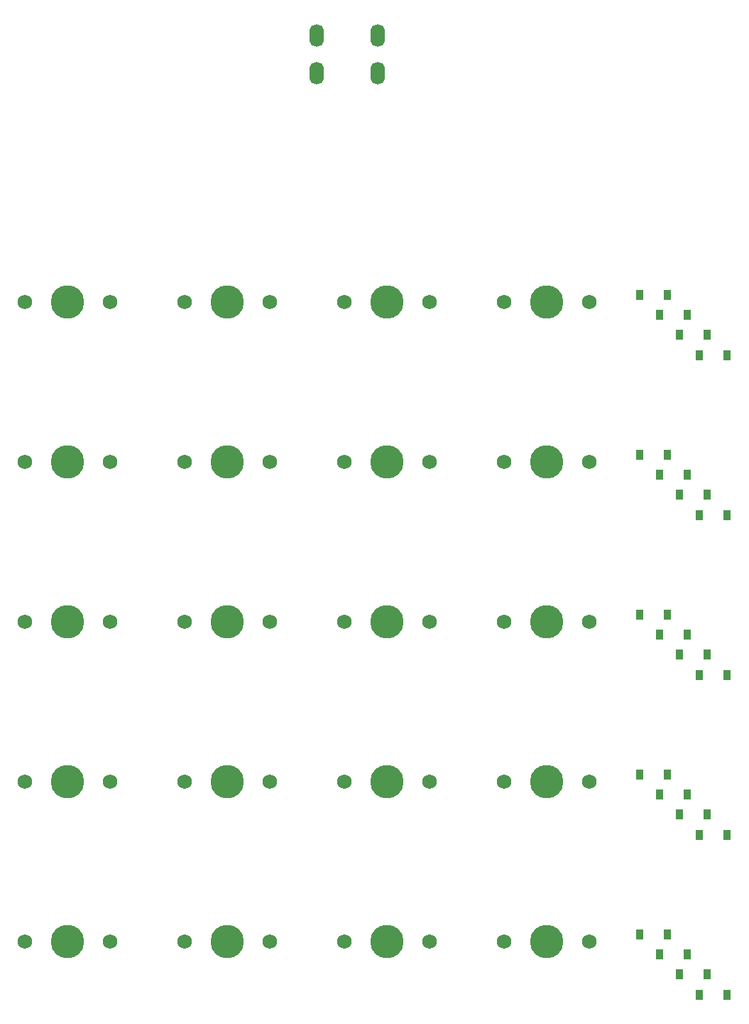
<source format=gbr>
%TF.GenerationSoftware,KiCad,Pcbnew,(5.1.9)-1*%
%TF.CreationDate,2021-04-12T01:02:27-04:00*%
%TF.ProjectId,Genesis Numpad,47656e65-7369-4732-904e-756d7061642e,rev?*%
%TF.SameCoordinates,Original*%
%TF.FileFunction,Soldermask,Top*%
%TF.FilePolarity,Negative*%
%FSLAX46Y46*%
G04 Gerber Fmt 4.6, Leading zero omitted, Abs format (unit mm)*
G04 Created by KiCad (PCBNEW (5.1.9)-1) date 2021-04-12 01:02:27*
%MOMM*%
%LPD*%
G01*
G04 APERTURE LIST*
%ADD10O,1.700000X2.700000*%
%ADD11C,1.750000*%
%ADD12C,3.987800*%
%ADD13R,0.900000X1.200000*%
G04 APERTURE END LIST*
D10*
%TO.C,USB1*%
X74137500Y-22225000D03*
X81437500Y-22225000D03*
X81437500Y-26725000D03*
X74137500Y-26725000D03*
%TD*%
D11*
%TO.C,MX20*%
X106680000Y-130175000D03*
X96520000Y-130175000D03*
D12*
X101600000Y-130175000D03*
%TD*%
D11*
%TO.C,MX19*%
X106680000Y-111125000D03*
X96520000Y-111125000D03*
D12*
X101600000Y-111125000D03*
%TD*%
D11*
%TO.C,MX18*%
X106680000Y-92075000D03*
X96520000Y-92075000D03*
D12*
X101600000Y-92075000D03*
%TD*%
D11*
%TO.C,MX17*%
X106680000Y-73025000D03*
X96520000Y-73025000D03*
D12*
X101600000Y-73025000D03*
%TD*%
D11*
%TO.C,MX16*%
X106680000Y-53975000D03*
X96520000Y-53975000D03*
D12*
X101600000Y-53975000D03*
%TD*%
D11*
%TO.C,MX15*%
X87630000Y-130175000D03*
X77470000Y-130175000D03*
D12*
X82550000Y-130175000D03*
%TD*%
D11*
%TO.C,MX14*%
X87630000Y-111125000D03*
X77470000Y-111125000D03*
D12*
X82550000Y-111125000D03*
%TD*%
D11*
%TO.C,MX13*%
X87630000Y-92075000D03*
X77470000Y-92075000D03*
D12*
X82550000Y-92075000D03*
%TD*%
D11*
%TO.C,MX12*%
X87630000Y-73025000D03*
X77470000Y-73025000D03*
D12*
X82550000Y-73025000D03*
%TD*%
D11*
%TO.C,MX11*%
X87630000Y-53975000D03*
X77470000Y-53975000D03*
D12*
X82550000Y-53975000D03*
%TD*%
D11*
%TO.C,MX10*%
X68580000Y-130175000D03*
X58420000Y-130175000D03*
D12*
X63500000Y-130175000D03*
%TD*%
D11*
%TO.C,MX9*%
X68580000Y-111125000D03*
X58420000Y-111125000D03*
D12*
X63500000Y-111125000D03*
%TD*%
D11*
%TO.C,MX8*%
X68580000Y-92075000D03*
X58420000Y-92075000D03*
D12*
X63500000Y-92075000D03*
%TD*%
D11*
%TO.C,MX7*%
X68580000Y-73025000D03*
X58420000Y-73025000D03*
D12*
X63500000Y-73025000D03*
%TD*%
D11*
%TO.C,MX6*%
X68580000Y-53975000D03*
X58420000Y-53975000D03*
D12*
X63500000Y-53975000D03*
%TD*%
D11*
%TO.C,MX5*%
X49530000Y-130175000D03*
X39370000Y-130175000D03*
D12*
X44450000Y-130175000D03*
%TD*%
D11*
%TO.C,MX4*%
X49530000Y-111125000D03*
X39370000Y-111125000D03*
D12*
X44450000Y-111125000D03*
%TD*%
D11*
%TO.C,MX3*%
X49530000Y-92075000D03*
X39370000Y-92075000D03*
D12*
X44450000Y-92075000D03*
%TD*%
D11*
%TO.C,MX2*%
X49530000Y-73025000D03*
X39370000Y-73025000D03*
D12*
X44450000Y-73025000D03*
%TD*%
D11*
%TO.C,MX1*%
X49530000Y-53975000D03*
X39370000Y-53975000D03*
D12*
X44450000Y-53975000D03*
%TD*%
D13*
%TO.C,D20*%
X112650000Y-129381250D03*
X115950000Y-129381250D03*
%TD*%
%TO.C,D19*%
X112650000Y-110331250D03*
X115950000Y-110331250D03*
%TD*%
%TO.C,D18*%
X112650000Y-91281250D03*
X115950000Y-91281250D03*
%TD*%
%TO.C,D17*%
X112650000Y-72231250D03*
X115950000Y-72231250D03*
%TD*%
%TO.C,D16*%
X112650000Y-53181250D03*
X115950000Y-53181250D03*
%TD*%
%TO.C,D15*%
X115031250Y-131762500D03*
X118331250Y-131762500D03*
%TD*%
%TO.C,D14*%
X115031250Y-112712500D03*
X118331250Y-112712500D03*
%TD*%
%TO.C,D13*%
X115031250Y-93662500D03*
X118331250Y-93662500D03*
%TD*%
%TO.C,D12*%
X115031250Y-74612500D03*
X118331250Y-74612500D03*
%TD*%
%TO.C,D11*%
X115031250Y-55562500D03*
X118331250Y-55562500D03*
%TD*%
%TO.C,D10*%
X117412500Y-134143750D03*
X120712500Y-134143750D03*
%TD*%
%TO.C,D9*%
X117412500Y-115093750D03*
X120712500Y-115093750D03*
%TD*%
%TO.C,D8*%
X117412500Y-96043750D03*
X120712500Y-96043750D03*
%TD*%
%TO.C,D7*%
X117412500Y-76993750D03*
X120712500Y-76993750D03*
%TD*%
%TO.C,D6*%
X117412500Y-57943750D03*
X120712500Y-57943750D03*
%TD*%
%TO.C,D5*%
X119793750Y-136525000D03*
X123093750Y-136525000D03*
%TD*%
%TO.C,D4*%
X119793750Y-117475000D03*
X123093750Y-117475000D03*
%TD*%
%TO.C,D3*%
X119793750Y-98425000D03*
X123093750Y-98425000D03*
%TD*%
%TO.C,D2*%
X119793750Y-79375000D03*
X123093750Y-79375000D03*
%TD*%
%TO.C,D1*%
X119793750Y-60325000D03*
X123093750Y-60325000D03*
%TD*%
M02*

</source>
